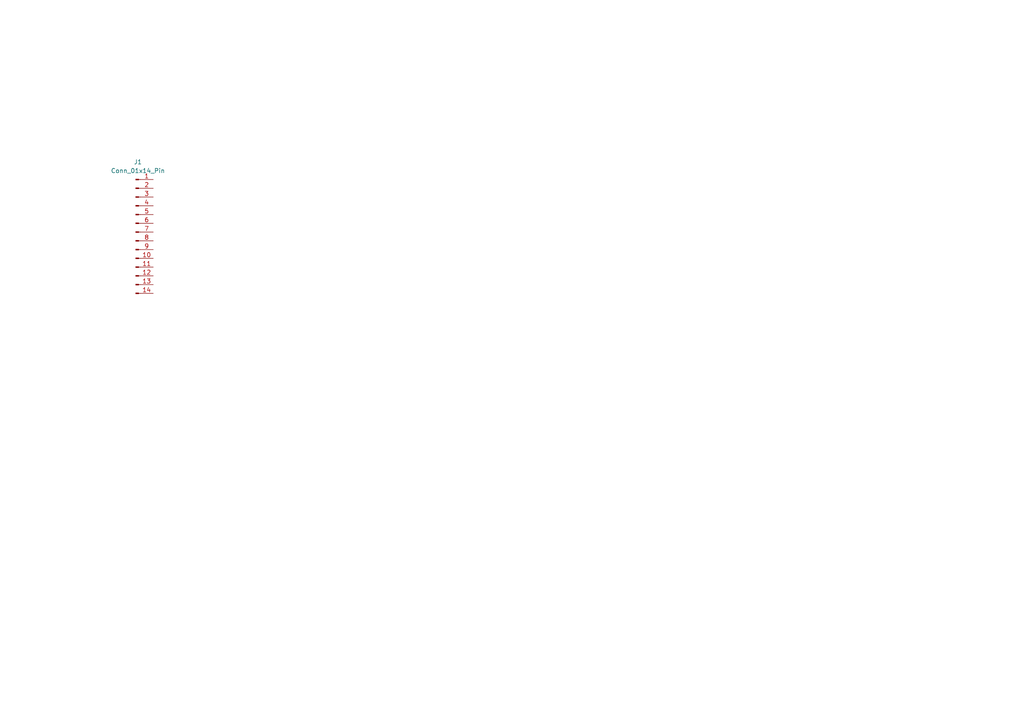
<source format=kicad_sch>
(kicad_sch (version 20250114) (generator "eeschema") (generator_version "9.0")
  (paper "A4")
  (lib_symbols
    (symbol "Connector:Conn_01x14_Pin" (pin_names (offset 1.016) (hide yes))
      (property "Reference" "J" (at 0 17.78 0))
      (property "Value" "Conn_01x14_Pin" (at 0 -20.32 0))
      (symbol "Conn_01x14_Pin_1_1"
        (rectangle (start 0.8636 15.367) (end 0 15.113) (stroke (width 0.1524)) (fill (type outline)))
        (rectangle (start 0.8636 12.827) (end 0 12.573) (stroke (width 0.1524)) (fill (type outline)))
        (rectangle (start 0.8636 10.287) (end 0 10.033) (stroke (width 0.1524)) (fill (type outline)))
        (rectangle (start 0.8636 7.747) (end 0 7.493) (stroke (width 0.1524)) (fill (type outline)))
        (rectangle (start 0.8636 5.207) (end 0 4.953) (stroke (width 0.1524)) (fill (type outline)))
        (rectangle (start 0.8636 2.667) (end 0 2.413) (stroke (width 0.1524)) (fill (type outline)))
        (rectangle (start 0.8636 0.127) (end 0 -0.127) (stroke (width 0.1524)) (fill (type outline)))
        (rectangle (start 0.8636 -2.413) (end 0 -2.667) (stroke (width 0.1524)) (fill (type outline)))
        (rectangle (start 0.8636 -4.953) (end 0 -5.207) (stroke (width 0.1524)) (fill (type outline)))
        (rectangle (start 0.8636 -7.493) (end 0 -7.747) (stroke (width 0.1524)) (fill (type outline)))
        (rectangle (start 0.8636 -10.033) (end 0 -10.287) (stroke (width 0.1524)) (fill (type outline)))
        (rectangle (start 0.8636 -12.573) (end 0 -12.827) (stroke (width 0.1524)) (fill (type outline)))
        (rectangle (start 0.8636 -15.113) (end 0 -15.367) (stroke (width 0.1524)) (fill (type outline)))
        (rectangle (start 0.8636 -17.653) (end 0 -17.907) (stroke (width 0.1524)) (fill (type outline)))
        (polyline (pts (xy 1.27 15.24) (xy 0.8636 15.24)) (stroke (width 0.1524)))
        (polyline (pts (xy 1.27 12.7) (xy 0.8636 12.7)) (stroke (width 0.1524)))
        (polyline (pts (xy 1.27 10.16) (xy 0.8636 10.16)) (stroke (width 0.1524)))
        (polyline (pts (xy 1.27 7.62) (xy 0.8636 7.62)) (stroke (width 0.1524)))
        (polyline (pts (xy 1.27 5.08) (xy 0.8636 5.08)) (stroke (width 0.1524)))
        (polyline (pts (xy 1.27 2.54) (xy 0.8636 2.54)) (stroke (width 0.1524)))
        (polyline (pts (xy 1.27 0) (xy 0.8636 0)) (stroke (width 0.1524)))
        (polyline (pts (xy 1.27 -2.54) (xy 0.8636 -2.54)) (stroke (width 0.1524)))
        (polyline (pts (xy 1.27 -5.08) (xy 0.8636 -5.08)) (stroke (width 0.1524)))
        (polyline (pts (xy 1.27 -7.62) (xy 0.8636 -7.62)) (stroke (width 0.1524)))
        (polyline (pts (xy 1.27 -10.16) (xy 0.8636 -10.16)) (stroke (width 0.1524)))
        (polyline (pts (xy 1.27 -12.7) (xy 0.8636 -12.7)) (stroke (width 0.1524)))
        (polyline (pts (xy 1.27 -15.24) (xy 0.8636 -15.24)) (stroke (width 0.1524)))
        (polyline (pts (xy 1.27 -17.78) (xy 0.8636 -17.78)) (stroke (width 0.1524)))
        (pin passive line (at 5.08 15.24 180) (length 3.81) (name "Pin_1") (number "1"))
        (pin passive line (at 5.08 12.7 180) (length 3.81) (name "Pin_2") (number "2"))
        (pin passive line (at 5.08 10.16 180) (length 3.81) (name "Pin_3") (number "3"))
        (pin passive line (at 5.08 7.62 180) (length 3.81) (name "Pin_4") (number "4"))
        (pin passive line (at 5.08 5.08 180) (length 3.81) (name "Pin_5") (number "5"))
        (pin passive line (at 5.08 2.54 180) (length 3.81) (name "Pin_6") (number "6"))
        (pin passive line (at 5.08 0 180) (length 3.81) (name "Pin_7") (number "7"))
        (pin passive line (at 5.08 -2.54 180) (length 3.81) (name "Pin_8") (number "8"))
        (pin passive line (at 5.08 -5.08 180) (length 3.81) (name "Pin_9") (number "9"))
        (pin passive line (at 5.08 -7.62 180) (length 3.81) (name "Pin_10") (number "10"))
        (pin passive line (at 5.08 -10.16 180) (length 3.81) (name "Pin_11") (number "11"))
        (pin passive line (at 5.08 -12.7 180) (length 3.81) (name "Pin_12") (number "12"))
        (pin passive line (at 5.08 -15.24 180) (length 3.81) (name "Pin_13") (number "13"))
        (pin passive line (at 5.08 -17.78 180) (length 3.81) (name "Pin_14") (number "14"))
      )
    )
  )
  (symbol (lib_id "Connector:Conn_01x14_Pin") (at 39.37 67.31 0) (unit 1)
    (property "Reference" "J1" (at 40.005 46.99 0))
    (property "Value" "Conn_01x14_Pin" (at 40.005 49.53 0))
    (property "Description" "Generic connector, single row, 01x14, script generated" (effects (hide yes)))
  )
)
</source>
